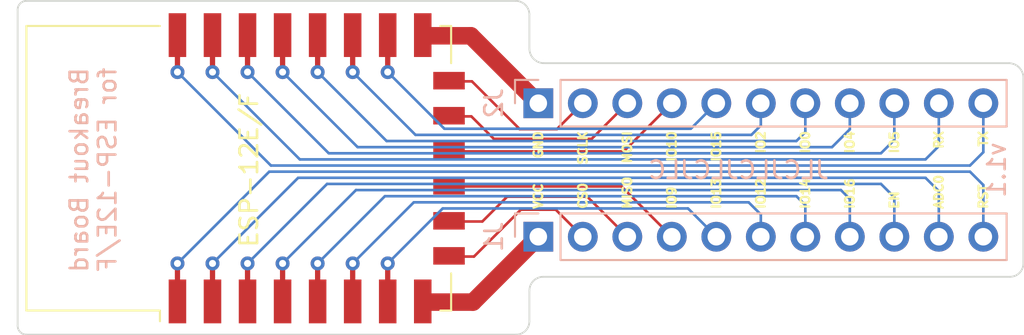
<source format=kicad_pcb>
(kicad_pcb (version 20211014) (generator pcbnew)
  (layers (0 "F.Cu" signal) (31 "B.Cu" signal) (34 "B.Paste" user) (35 "F.Paste" user) (36 "B.SilkS" user "B.Silkscreen") (37 "F.SilkS" user "F.Silkscreen") (38 "B.Mask" user) (39 "F.Mask" user) (44 "Edge.Cuts" user))
  (net 0 "")
  (net 1 "VCC")
  (net 2 "CS0")
  (net 3 "MISO")
  (net 4 "IO9")
  (net 5 "IO13")
  (net 6 "IO12")
  (net 7 "IO14")
  (net 8 "IO16")
  (net 9 "EN")
  (net 10 "ADC0")
  (net 11 "RST")
  (net 12 "GND")
  (net 13 "SCLK")
  (net 14 "MOSI")
  (net 15 "IO10")
  (net 16 "IO15")
  (net 17 "IO2")
  (net 18 "IO0")
  (net 19 "IO4")
  (net 20 "IO5")
  (net 21 "RX")
  (net 22 "TX")
  (footprint "RF_Module:ESP-12E" (layer "F.Cu") (at 94.664122 82.451755 90)
    (fp_text reference "U1" hide)
    (fp_text value "ESP-12E")
    (fp_line (start 8.12 -12.12) (end 8.12 -4.5) (layer "F.SilkS") (width 0.12))
    (fp_line (start 8.12 11.5) (end 8.12 12.12) (layer "F.SilkS") (width 0.12))
    (fp_line (start -8.12 -12.12) (end 8.12 -12.12) (layer "F.SilkS") (width 0.12))
    (fp_line (start -8.12 -4.5) (end -8.73 -4.5) (layer "F.SilkS") (width 0.12))
    (fp_line (start -6 12.12) (end -8.12 12.12) (layer "F.SilkS") (width 0.12))
    (fp_line (start 8.12 12.12) (end 6 12.12) (layer "F.SilkS") (width 0.12))
    (fp_line (start -8.12 -4.5) (end -8.12 -12.12) (layer "F.SilkS") (width 0.12))
    (fp_line (start -8.12 12.12) (end -8.12 11.5) (layer "F.SilkS") (width 0.12))
    (pad "1" smd rect (at -7.6 -3.5 90) (size 2.5 1) (layers "F.Cu" "F.Paste" "F.Mask") (net 11 "RST"))
    (pad "2" smd rect (at -7.6 -1.5 90) (size 2.5 1) (layers "F.Cu" "F.Paste" "F.Mask") (net 10 "ADC0"))
    (pad "3" smd rect (at -7.6 0.5 90) (size 2.5 1) (layers "F.Cu" "F.Paste" "F.Mask") (net 9 "EN"))
    (pad "4" smd rect (at -7.6 2.5 90) (size 2.5 1) (layers "F.Cu" "F.Paste" "F.Mask") (net 8 "IO16"))
    (pad "5" smd rect (at -7.6 4.5 90) (size 2.5 1) (layers "F.Cu" "F.Paste" "F.Mask") (net 7 "IO14"))
    (pad "6" smd rect (at -7.6 6.5 90) (size 2.5 1) (layers "F.Cu" "F.Paste" "F.Mask") (net 6 "IO12"))
    (pad "7" smd rect (at -7.6 8.5 90) (size 2.5 1) (layers "F.Cu" "F.Paste" "F.Mask") (net 5 "IO13"))
    (pad "8" smd rect (at -7.6 10.5 90) (size 2.5 1) (layers "F.Cu" "F.Paste" "F.Mask") (net 1 "VCC"))
    (pad "9" smd rect (at -5 12 90) (size 1 1.8) (layers "F.Cu" "F.Paste" "F.Mask") (net 2 "CS0"))
    (pad "10" smd rect (at -3 12 90) (size 1 1.8) (layers "F.Cu" "F.Paste" "F.Mask") (net 3 "MISO"))
    (pad "11" smd rect (at -1 12 90) (size 1 1.8) (layers "F.Cu" "F.Paste" "F.Mask") (net 4 "IO9"))
    (pad "12" smd rect (at 1 12 90) (size 1 1.8) (layers "F.Cu" "F.Paste" "F.Mask") (net 15 "IO10"))
    (pad "13" smd rect (at 3 12 90) (size 1 1.8) (layers "F.Cu" "F.Paste" "F.Mask") (net 14 "MOSI"))
    (pad "14" smd rect (at 5 12 90) (size 1 1.8) (layers "F.Cu" "F.Paste" "F.Mask") (net 13 "SCLK"))
    (pad "15" smd rect (at 7.6 10.5 90) (size 2.5 1) (layers "F.Cu" "F.Paste" "F.Mask") (net 12 "GND"))
    (pad "16" smd rect (at 7.6 8.5 90) (size 2.5 1) (layers "F.Cu" "F.Paste" "F.Mask") (net 16 "IO15"))
    (pad "17" smd rect (at 7.6 6.5 90) (size 2.5 1) (layers "F.Cu" "F.Paste" "F.Mask") (net 17 "IO2"))
    (pad "18" smd rect (at 7.6 4.5 90) (size 2.5 1) (layers "F.Cu" "F.Paste" "F.Mask") (net 18 "IO0"))
    (pad "19" smd rect (at 7.6 2.5 90) (size 2.5 1) (layers "F.Cu" "F.Paste" "F.Mask") (net 19 "IO4"))
    (pad "20" smd rect (at 7.6 0.5 90) (size 2.5 1) (layers "F.Cu" "F.Paste" "F.Mask") (net 20 "IO5"))
    (pad "21" smd rect (at 7.6 -1.5 90) (size 2.5 1) (layers "F.Cu" "F.Paste" "F.Mask") (net 21 "RX"))
    (pad "22" smd rect (at 7.6 -3.5 90) (size 2.5 1) (layers "F.Cu" "F.Paste" "F.Mask") (net 22 "TX"))
  )
  (footprint "Connector_PinHeader_2.54mm:PinHeader_1x11_P2.54mm_Vertical" (layer "B.Cu") (at 111.76 86.36 -90)
    (fp_text reference "J1" (at 0 2.54 90) (layer "B.SilkS") (effects (justify mirror)))
    (fp_text value "Conn_01x11_Male")
    (fp_line (start -1.33 -26.73) (end 1.33 -26.73) (layer "B.SilkS") (width 0.12))
    (fp_line (start -1.33 -1.27) (end -1.33 -26.73) (layer "B.SilkS") (width 0.12))
    (fp_line (start 1.33 -1.27) (end 1.33 -26.73) (layer "B.SilkS") (width 0.12))
    (fp_line (start -1.33 -1.27) (end 1.33 -1.27) (layer "B.SilkS") (width 0.12))
    (fp_line (start -1.33 0) (end -1.33 1.33) (layer "B.SilkS") (width 0.12))
    (fp_line (start -1.33 1.33) (end 0 1.33) (layer "B.SilkS") (width 0.12))
    (pad "1" thru_hole rect (at 0 0 270) (size 1.7 1.7) (drill 1) (layers *.Cu *.Mask) (net 1 "VCC"))
    (pad "2" thru_hole oval (at 0 -2.54 270) (size 1.7 1.7) (drill 1) (layers *.Cu *.Mask) (net 2 "CS0"))
    (pad "3" thru_hole oval (at 0 -5.08 270) (size 1.7 1.7) (drill 1) (layers *.Cu *.Mask) (net 3 "MISO"))
    (pad "4" thru_hole oval (at 0 -7.62 270) (size 1.7 1.7) (drill 1) (layers *.Cu *.Mask) (net 4 "IO9"))
    (pad "5" thru_hole oval (at 0 -10.16 270) (size 1.7 1.7) (drill 1) (layers *.Cu *.Mask) (net 5 "IO13"))
    (pad "6" thru_hole oval (at 0 -12.7 270) (size 1.7 1.7) (drill 1) (layers *.Cu *.Mask) (net 6 "IO12"))
    (pad "7" thru_hole oval (at 0 -15.24 270) (size 1.7 1.7) (drill 1) (layers *.Cu *.Mask) (net 7 "IO14"))
    (pad "8" thru_hole oval (at 0 -17.78 270) (size 1.7 1.7) (drill 1) (layers *.Cu *.Mask) (net 8 "IO16"))
    (pad "9" thru_hole oval (at 0 -20.32 270) (size 1.7 1.7) (drill 1) (layers *.Cu *.Mask) (net 9 "EN"))
    (pad "10" thru_hole oval (at 0 -22.86 270) (size 1.7 1.7) (drill 1) (layers *.Cu *.Mask) (net 10 "ADC0"))
    (pad "11" thru_hole oval (at 0 -25.4 270) (size 1.7 1.7) (drill 1) (layers *.Cu *.Mask) (net 11 "RST"))
  )
  (footprint "Connector_PinHeader_2.54mm:PinHeader_1x11_P2.54mm_Vertical" (layer "B.Cu") (at 111.76 78.74 -90)
    (fp_text reference "J2" (at 0 2.54 90) (layer "B.SilkS") (effects (justify mirror)))
    (fp_text value "Conn_01x11_Male")
    (fp_line (start -1.33 1.33) (end 0 1.33) (layer "B.SilkS") (width 0.12))
    (fp_line (start -1.33 -1.27) (end 1.33 -1.27) (layer "B.SilkS") (width 0.12))
    (fp_line (start 1.33 -1.27) (end 1.33 -26.73) (layer "B.SilkS") (width 0.12))
    (fp_line (start -1.33 0) (end -1.33 1.33) (layer "B.SilkS") (width 0.12))
    (fp_line (start -1.33 -1.27) (end -1.33 -26.73) (layer "B.SilkS") (width 0.12))
    (fp_line (start -1.33 -26.73) (end 1.33 -26.73) (layer "B.SilkS") (width 0.12))
    (pad "1" thru_hole rect (at 0 0 270) (size 1.7 1.7) (drill 1) (layers *.Cu *.Mask) (net 12 "GND"))
    (pad "2" thru_hole oval (at 0 -2.54 270) (size 1.7 1.7) (drill 1) (layers *.Cu *.Mask) (net 13 "SCLK"))
    (pad "3" thru_hole oval (at 0 -5.08 270) (size 1.7 1.7) (drill 1) (layers *.Cu *.Mask) (net 14 "MOSI"))
    (pad "4" thru_hole oval (at 0 -7.62 270) (size 1.7 1.7) (drill 1) (layers *.Cu *.Mask) (net 15 "IO10"))
    (pad "5" thru_hole oval (at 0 -10.16 270) (size 1.7 1.7) (drill 1) (layers *.Cu *.Mask) (net 16 "IO15"))
    (pad "6" thru_hole oval (at 0 -12.7 270) (size 1.7 1.7) (drill 1) (layers *.Cu *.Mask) (net 17 "IO2"))
    (pad "7" thru_hole oval (at 0 -15.24 270) (size 1.7 1.7) (drill 1) (layers *.Cu *.Mask) (net 18 "IO0"))
    (pad "8" thru_hole oval (at 0 -17.78 270) (size 1.7 1.7) (drill 1) (layers *.Cu *.Mask) (net 19 "IO4"))
    (pad "9" thru_hole oval (at 0 -20.32 270) (size 1.7 1.7) (drill 1) (layers *.Cu *.Mask) (net 20 "IO5"))
    (pad "10" thru_hole oval (at 0 -22.86 270) (size 1.7 1.7) (drill 1) (layers *.Cu *.Mask) (net 21 "RX"))
    (pad "11" thru_hole oval (at 0 -25.4 270) (size 1.7 1.7) (drill 1) (layers *.Cu *.Mask) (net 22 "TX"))
  )
  (gr_line (start 112.055818 76.454) (end 138.642181 76.454) (layer "Edge.Cuts") (width 0.1))
  (gr_line (start 110.49 91.948) (end 82.55 91.948) (layer "Edge.Cuts") (width 0.1))
  (gr_arc (start 110.459185 72.898) (mid 111.009003 73.119386) (end 111.252 73.66) (layer "Edge.Cuts") (width 0.1))
  (gr_line (start 138.684 88.646) (end 112.014 88.646) (layer "Edge.Cuts") (width 0.1))
  (gr_arc (start 138.642181 76.454) (mid 139.197678 76.695941) (end 139.446 77.248615) (layer "Edge.Cuts") (width 0.1))
  (gr_line (start 82.042 91.44) (end 82.042 73.406) (layer "Edge.Cuts") (width 0.1))
  (gr_arc (start 82.55 91.948) (mid 82.19079 91.79921) (end 82.042 91.44) (layer "Edge.Cuts") (width 0.1))
  (gr_arc (start 111.252 91.186) (mid 111.028815 91.724815) (end 110.49 91.948) (layer "Edge.Cuts") (width 0.1))
  (gr_line (start 82.55 72.898) (end 110.459185 72.898) (layer "Edge.Cuts") (width 0.1))
  (gr_arc (start 112.055818 76.454) (mid 111.500321 76.21206) (end 111.252 75.659386) (layer "Edge.Cuts") (width 0.1))
  (gr_arc (start 139.446 87.884) (mid 139.222815 88.422815) (end 138.684 88.646) (layer "Edge.Cuts") (width 0.1))
  (gr_arc (start 111.252 89.438815) (mid 111.473386 88.888997) (end 112.014 88.646) (layer "Edge.Cuts") (width 0.1))
  (gr_line (start 111.252 73.66) (end 111.252 75.659386) (layer "Edge.Cuts") (width 0.1))
  (gr_line (start 139.446 77.248615) (end 139.446 87.884) (layer "Edge.Cuts") (width 0.1))
  (gr_arc (start 82.042 73.406) (mid 82.19079 73.04679) (end 82.55 72.898) (layer "Edge.Cuts") (width 0.1))
  (gr_line (start 111.252 89.438815) (end 111.252 91.186) (layer "Edge.Cuts") (width 0.1))
  (gr_text "v1.1" (at 137.922 82.55 90) (layer "B.SilkS") (effects (font (size 1 1)) (justify mirror)))
  (gr_text "JLCJLCJLCJLC" (at 123.19 82.55) (layer "B.SilkS") (effects (font (size 1 1)) (justify mirror)))
  (gr_text "Breakout Board\nfor ESP-12E/F" (at 86.36 82.55 90) (layer "B.SilkS") (effects (font (size 1 1)) (justify mirror)))
  (gr_text "IO0" (at 127 80.264 90) (layer "F.SilkS") (effects (font (size 0.5 0.5) (thickness 0.125)) (justify right)))
  (gr_text "IO9" (at 119.38 84.836 90) (layer "F.SilkS") (effects (font (size 0.5 0.5) (thickness 0.125)) (justify left)))
  (gr_text "IO4" (at 129.54 80.264 90) (layer "F.SilkS") (effects (font (size 0.5 0.5) (thickness 0.125)) (justify right)))
  (gr_text "TX" (at 137.16 80.264 90) (layer "F.SilkS") (effects (font (size 0.5 0.5) (thickness 0.125)) (justify right)))
  (gr_text "ESP-12E/F" (at 95.25 82.55 90) (layer "F.SilkS") (effects (font (size 1 1))))
  (gr_text "IO10" (at 119.38 80.264 90) (layer "F.SilkS") (effects (font (size 0.5 0.5) (thickness 0.125)) (justify right)))
  (gr_text "MOSI" (at 116.84 80.264 90) (layer "F.SilkS") (effects (font (size 0.5 0.5) (thickness 0.125)) (justify right)))
  (gr_text "EN" (at 132.08 84.836 90) (layer "F.SilkS") (effects (font (size 0.5 0.5) (thickness 0.125)) (justify left)))
  (gr_text "CS0" (at 114.3 84.836 90) (layer "F.SilkS") (effects (font (size 0.5 0.5) (thickness 0.125)) (justify left)))
  (gr_text "SCLK" (at 114.3 80.264 90) (layer "F.SilkS") (effects (font (size 0.5 0.5) (thickness 0.125)) (justify right)))
  (gr_text "IO15" (at 121.92 80.264 90) (layer "F.SilkS") (effects (font (size 0.5 0.5) (thickness 0.125)) (justify right)))
  (gr_text "IO13" (at 121.92 84.836 90) (layer "F.SilkS") (effects (font (size 0.5 0.5) (thickness 0.125)) (justify left)))
  (gr_text "IO16" (at 129.54 84.836 90) (layer "F.SilkS") (effects (font (size 0.5 0.5) (thickness 0.125)) (justify left)))
  (gr_text "IO2" (at 124.46 80.264 90) (layer "F.SilkS") (effects (font (size 0.5 0.5) (thickness 0.125)) (justify right)))
  (gr_text "IO5" (at 132.08 80.264 90) (layer "F.SilkS") (effects (font (size 0.5 0.5) (thickness 0.125)) (justify right)))
  (gr_text "ADC0" (at 134.62 84.836 90) (layer "F.SilkS") (effects (font (size 0.5 0.5) (thickness 0.125)) (justify left)))
  (gr_text "IO14" (at 127 84.836 90) (layer "F.SilkS") (effects (font (size 0.5 0.5) (thickness 0.125)) (justify left)))
  (gr_text "RST" (at 137.16 84.836 90) (layer "F.SilkS") (effects (font (size 0.5 0.5) (thickness 0.125)) (justify left)))
  (gr_text "GND" (at 111.76 80.264 90) (layer "F.SilkS") (effects (font (size 0.5 0.5) (thickness 0.125)) (justify right)))
  (gr_text "VCC" (at 111.76 84.836 90) (layer "F.SilkS") (effects (font (size 0.5 0.5) (thickness 0.125)) (justify left)))
  (gr_text "IO12" (at 124.46 84.836 90) (layer "F.SilkS") (effects (font (size 0.5 0.5) (thickness 0.125)) (justify left)))
  (gr_text "MISO" (at 116.84 84.836 90) (layer "F.SilkS") (effects (font (size 0.5 0.5) (thickness 0.125)) (justify left)))
  (gr_text "RX" (at 134.62 80.264 90) (layer "F.SilkS") (effects (font (size 0.5 0.5) (thickness 0.125)) (justify right)))
  (segment (start 108.029564 90.090436) (end 111.76 86.36) (width 1) (layer "F.Cu") (net 1))
  (segment (start 105.164926 90.090436) (end 108.029564 90.090436) (width 1) (layer "F.Cu") (net 1))
  (segment (start 108.089564 87.490436) (end 110.765022 84.814978) (width 0.15) (layer "F.Cu") (net 2))
  (segment (start 112.754978 84.814978) (end 114.3 86.36) (width 0.15) (layer "F.Cu") (net 2))
  (segment (start 110.765022 84.814978) (end 112.754978 84.814978) (width 0.15) (layer "F.Cu") (net 2))
  (segment (start 106.664926 87.490436) (end 108.089564 87.490436) (width 0.15) (layer "F.Cu") (net 2))
  (segment (start 109.855 84.201) (end 109.982 84.074) (width 0.15) (layer "F.Cu") (net 3))
  (segment (start 109.982 84.074) (end 114.554 84.074) (width 0.15) (layer "F.Cu") (net 3))
  (segment (start 108.565564 85.490436) (end 109.855 84.201) (width 0.15) (layer "F.Cu") (net 3))
  (segment (start 114.554 84.074) (end 116.84 86.36) (width 0.15) (layer "F.Cu") (net 3))
  (segment (start 106.664926 85.490436) (end 108.565564 85.490436) (width 0.15) (layer "F.Cu") (net 3))
  (segment (start 116.510436 83.490436) (end 119.38 86.36) (width 0.15) (layer "F.Cu") (net 4))
  (segment (start 106.664926 83.490436) (end 116.510436 83.490436) (width 0.15) (layer "F.Cu") (net 4))
  (segment (start 103.164926 87.884) (end 103.164926 90.090436) (width 0.3) (layer "F.Cu") (net 5))
  (via (at 103.164926 87.884) (size 0.8) (drill 0.4) (layers "F.Cu" "B.Cu") (net 5))
  (segment (start 106.302926 84.746) (end 103.164926 87.884) (width 0.15) (layer "B.Cu") (net 5))
  (segment (start 120.306 84.746) (end 106.302926 84.746) (width 0.15) (layer "B.Cu") (net 5))
  (segment (start 121.92 86.36) (end 120.306 84.746) (width 0.15) (layer "B.Cu") (net 5))
  (segment (start 101.164926 87.884) (end 101.164926 90.090436) (width 0.3) (layer "F.Cu") (net 6))
  (via (at 101.164926 87.884) (size 0.8) (drill 0.4) (layers "F.Cu" "B.Cu") (net 6))
  (segment (start 124.46 85.09) (end 123.766 84.396) (width 0.15) (layer "B.Cu") (net 6))
  (segment (start 104.652926 84.396) (end 101.164926 87.884) (width 0.15) (layer "B.Cu") (net 6))
  (segment (start 124.46 86.36) (end 124.46 85.09) (width 0.15) (layer "B.Cu") (net 6))
  (segment (start 123.766 84.396) (end 104.652926 84.396) (width 0.15) (layer "B.Cu") (net 6))
  (segment (start 99.164926 87.884) (end 99.164926 90.090436) (width 0.3) (layer "F.Cu") (net 7))
  (via (at 99.164926 87.884) (size 0.8) (drill 0.4) (layers "F.Cu" "B.Cu") (net 7))
  (segment (start 126.492 84.046) (end 103.002926 84.046) (width 0.15) (layer "B.Cu") (net 7))
  (segment (start 127 86.36) (end 127 84.554) (width 0.15) (layer "B.Cu") (net 7))
  (segment (start 127 84.554) (end 126.492 84.046) (width 0.15) (layer "B.Cu") (net 7))
  (segment (start 103.002926 84.046) (end 99.164926 87.884) (width 0.15) (layer "B.Cu") (net 7))
  (segment (start 97.164926 87.884) (end 97.164926 90.090436) (width 0.3) (layer "F.Cu") (net 8))
  (via (at 97.164926 87.884) (size 0.8) (drill 0.4) (layers "F.Cu" "B.Cu") (net 8))
  (segment (start 101.352926 83.696) (end 97.164926 87.884) (width 0.15) (layer "B.Cu") (net 8))
  (segment (start 129.54 84.204) (end 129.032 83.696) (width 0.15) (layer "B.Cu") (net 8))
  (segment (start 129.54 86.36) (end 129.54 84.204) (width 0.15) (layer "B.Cu") (net 8))
  (segment (start 129.032 83.696) (end 101.352926 83.696) (width 0.15) (layer "B.Cu") (net 8))
  (segment (start 95.164926 87.884) (end 95.164926 90.090436) (width 0.3) (layer "F.Cu") (net 9))
  (via (at 95.164926 87.884) (size 0.8) (drill 0.4) (layers "F.Cu" "B.Cu") (net 9))
  (segment (start 132.08 84.108) (end 131.318 83.346) (width 0.15) (layer "B.Cu") (net 9))
  (segment (start 99.702926 83.346) (end 95.164926 87.884) (width 0.15) (layer "B.Cu") (net 9))
  (segment (start 132.08 86.36) (end 132.08 84.108) (width 0.15) (layer "B.Cu") (net 9))
  (segment (start 131.318 83.346) (end 99.702926 83.346) (width 0.15) (layer "B.Cu") (net 9))
  (segment (start 93.164926 87.884) (end 93.164926 90.090436) (width 0.3) (layer "F.Cu") (net 10))
  (via (at 93.164926 87.884) (size 0.8) (drill 0.4) (layers "F.Cu" "B.Cu") (net 10))
  (segment (start 134.62 83.758) (end 134.62 86.36) (width 0.15) (layer "B.Cu") (net 10))
  (segment (start 93.164926 87.884) (end 98.052926 82.996) (width 0.15) (layer "B.Cu") (net 10))
  (segment (start 133.858 82.996) (end 134.62 83.758) (width 0.15) (layer "B.Cu") (net 10))
  (segment (start 98.052926 82.996) (end 133.858 82.996) (width 0.15) (layer "B.Cu") (net 10))
  (segment (start 91.164926 87.884) (end 91.164926 90.090436) (width 0.3) (layer "F.Cu") (net 11))
  (via (at 91.164926 87.884) (size 0.8) (drill 0.4) (layers "F.Cu" "B.Cu") (net 11))
  (segment (start 136.398 82.646) (end 137.16 83.408) (width 0.15) (layer "B.Cu") (net 11))
  (segment (start 96.402926 82.646) (end 136.398 82.646) (width 0.15) (layer "B.Cu") (net 11))
  (segment (start 137.16 83.408) (end 137.16 86.36) (width 0.15) (layer "B.Cu") (net 11))
  (segment (start 91.164926 87.884) (end 96.402926 82.646) (width 0.15) (layer "B.Cu") (net 11))
  (segment (start 107.910436 74.890436) (end 111.76 78.74) (width 1) (layer "F.Cu") (net 12))
  (segment (start 105.164926 74.890436) (end 107.910436 74.890436) (width 1) (layer "F.Cu") (net 12))
  (segment (start 114.3 78.74) (end 112.820179 80.219821) (width 0.15) (layer "F.Cu") (net 13))
  (segment (start 110.699821 80.219821) (end 107.970436 77.490436) (width 0.15) (layer "F.Cu") (net 13))
  (segment (start 112.820179 80.219821) (end 110.699821 80.219821) (width 0.15) (layer "F.Cu") (net 13))
  (segment (start 107.970436 77.490436) (end 106.664926 77.490436) (width 0.15) (layer "F.Cu") (net 13))
  (segment (start 109.22 80.772) (end 114.808 80.772) (width 0.15) (layer "F.Cu") (net 14))
  (segment (start 106.664926 79.490436) (end 107.938436 79.490436) (width 0.15) (layer "F.Cu") (net 14))
  (segment (start 107.938436 79.490436) (end 109.22 80.772) (width 0.15) (layer "F.Cu") (net 14))
  (segment (start 114.808 80.772) (end 116.84 78.74) (width 0.15) (layer "F.Cu") (net 14))
  (segment (start 116.629564 81.490436) (end 119.38 78.74) (width 0.15) (layer "F.Cu") (net 15))
  (segment (start 106.664926 81.490436) (end 116.629564 81.490436) (width 0.15) (layer "F.Cu") (net 15))
  (segment (start 103.164926 74.890436) (end 103.164926 76.962) (width 0.3) (layer "F.Cu") (net 16))
  (via (at 103.164926 76.962) (size 0.8) (drill 0.4) (layers "F.Cu" "B.Cu") (net 16))
  (segment (start 106.398926 80.196) (end 120.464 80.196) (width 0.15) (layer "B.Cu") (net 16))
  (segment (start 103.164926 76.962) (end 106.398926 80.196) (width 0.15) (layer "B.Cu") (net 16))
  (segment (start 120.464 80.196) (end 121.92 78.74) (width 0.15) (layer "B.Cu") (net 16))
  (segment (start 101.164926 76.962) (end 101.164926 74.890436) (width 0.3) (layer "F.Cu") (net 17))
  (via (at 101.164926 76.962) (size 0.8) (drill 0.4) (layers "F.Cu" "B.Cu") (net 17))
  (segment (start 124.46 80.01) (end 123.924 80.546) (width 0.15) (layer "B.Cu") (net 17))
  (segment (start 124.46 78.74) (end 124.46 80.01) (width 0.15) (layer "B.Cu") (net 17))
  (segment (start 123.924 80.546) (end 104.748926 80.546) (width 0.15) (layer "B.Cu") (net 17))
  (segment (start 104.748926 80.546) (end 101.164926 76.962) (width 0.15) (layer "B.Cu") (net 17))
  (segment (start 99.164926 76.962) (end 99.164926 74.890436) (width 0.3) (layer "F.Cu") (net 18))
  (via (at 99.164926 76.962) (size 0.8) (drill 0.4) (layers "F.Cu" "B.Cu") (net 18))
  (segment (start 127 78.74) (end 127 80.388) (width 0.15) (layer "B.Cu") (net 18))
  (segment (start 103.098926 80.896) (end 99.164926 76.962) (width 0.15) (layer "B.Cu") (net 18))
  (segment (start 127 80.388) (end 126.492 80.896) (width 0.15) (layer "B.Cu") (net 18))
  (segment (start 126.492 80.896) (end 103.098926 80.896) (width 0.15) (layer "B.Cu") (net 18))
  (segment (start 97.164926 76.963426) (end 97.164926 74.890436) (width 0.3) (layer "F.Cu") (net 19))
  (via (at 97.164926 76.963426) (size 0.8) (drill 0.4) (layers "F.Cu" "B.Cu") (net 19))
  (segment (start 129.54 80.23) (end 128.524 81.246) (width 0.15) (layer "B.Cu") (net 19))
  (segment (start 129.54 78.74) (end 129.54 80.23) (width 0.15) (layer "B.Cu") (net 19))
  (segment (start 101.4475 81.246) (end 97.164926 76.963426) (width 0.15) (layer "B.Cu") (net 19))
  (segment (start 128.524 81.246) (end 101.4475 81.246) (width 0.15) (layer "B.Cu") (net 19))
  (segment (start 95.164926 76.962) (end 95.164926 74.890436) (width 0.3) (layer "F.Cu") (net 20))
  (via (at 95.164926 76.962) (size 0.8) (drill 0.4) (layers "F.Cu" "B.Cu") (net 20))
  (segment (start 99.798926 81.596) (end 95.164926 76.962) (width 0.15) (layer "B.Cu") (net 20))
  (segment (start 131.318 81.596) (end 99.798926 81.596) (width 0.15) (layer "B.Cu") (net 20))
  (segment (start 132.08 80.834) (end 131.318 81.596) (width 0.15) (layer "B.Cu") (net 20))
  (segment (start 132.08 78.74) (end 132.08 80.834) (width 0.15) (layer "B.Cu") (net 20))
  (segment (start 93.164926 76.962) (end 93.164926 74.890436) (width 0.3) (layer "F.Cu") (net 21))
  (via (at 93.164926 76.962) (size 0.8) (drill 0.4) (layers "F.Cu" "B.Cu") (net 21))
  (segment (start 133.858 81.946) (end 98.148926 81.946) (width 0.15) (layer "B.Cu") (net 21))
  (segment (start 98.148926 81.946) (end 93.164926 76.962) (width 0.15) (layer "B.Cu") (net 21))
  (segment (start 134.62 81.184) (end 133.858 81.946) (width 0.15) (layer "B.Cu") (net 21))
  (segment (start 134.62 78.74) (end 134.62 81.184) (width 0.15) (layer "B.Cu") (net 21))
  (segment (start 91.164926 76.962) (end 91.164926 74.890436) (width 0.3) (layer "F.Cu") (net 22))
  (via (at 91.164926 76.962) (size 0.8) (drill 0.4) (layers "F.Cu" "B.Cu") (net 22))
  (segment (start 136.398 82.296) (end 137.16 81.534) (width 0.15) (layer "B.Cu") (net 22))
  (segment (start 96.498926 82.296) (end 136.398 82.296) (width 0.15) (layer "B.Cu") (net 22))
  (segment (start 91.164926 76.962) (end 96.498926 82.296) (width 0.15) (layer "B.Cu") (net 22))
  (segment (start 137.16 81.534) (end 137.16 78.74) (width 0.15) (layer "B.Cu") (net 22))
)
</source>
